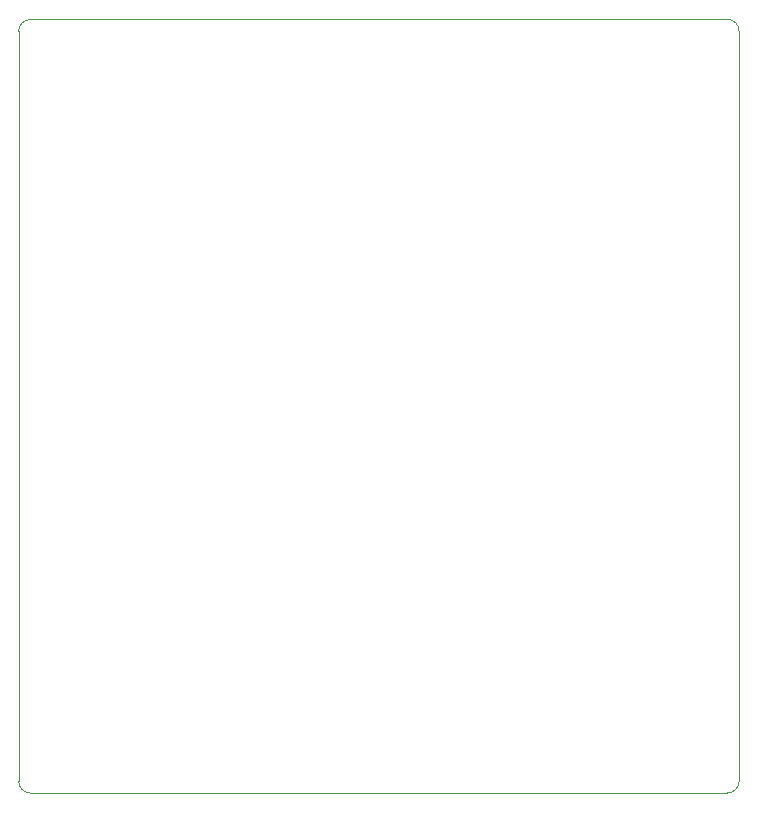
<source format=gbr>
%TF.GenerationSoftware,KiCad,Pcbnew,(6.0.6)*%
%TF.CreationDate,2022-07-05T16:05:39+02:00*%
%TF.ProjectId,kicad_rfm95_breakout_board_V4,6b696361-645f-4726-966d-39355f627265,rev?*%
%TF.SameCoordinates,Original*%
%TF.FileFunction,Profile,NP*%
%FSLAX46Y46*%
G04 Gerber Fmt 4.6, Leading zero omitted, Abs format (unit mm)*
G04 Created by KiCad (PCBNEW (6.0.6)) date 2022-07-05 16:05:39*
%MOMM*%
%LPD*%
G01*
G04 APERTURE LIST*
%TA.AperFunction,Profile*%
%ADD10C,0.100000*%
%TD*%
G04 APERTURE END LIST*
D10*
X85007107Y-131800000D02*
X144000000Y-131792893D01*
X84000025Y-130800000D02*
G75*
G03*
X85007107Y-131800000I1007075J7100D01*
G01*
X145000007Y-67292893D02*
G75*
G03*
X144000000Y-66292893I-1000007J-7D01*
G01*
X145000000Y-130792893D02*
X145000000Y-67292893D01*
X84000000Y-67300000D02*
X84000000Y-130800000D01*
X85007107Y-66299975D02*
G75*
G03*
X84000000Y-67300000I-7J-1007125D01*
G01*
X144000000Y-66292893D02*
X85007107Y-66300000D01*
X144000000Y-131792900D02*
G75*
G03*
X145000000Y-130792893I0J1000000D01*
G01*
M02*

</source>
